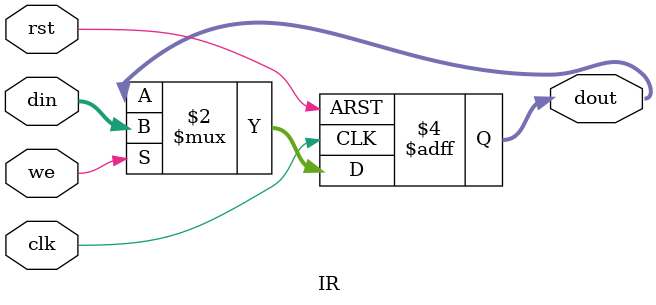
<source format=v>
module IR (din, clk, rst, we, dout); // a 32-bit register
	input [31:0] din; // input
	input we; // we: enable
	input clk, rst; // clock and reset
	output reg [31:0] dout; // output 
	always @(posedge clk or posedge rst)
		if (rst) dout <= 0; //  if reset
		else if (we) dout <= din; // save d if enabled
endmodule
</source>
